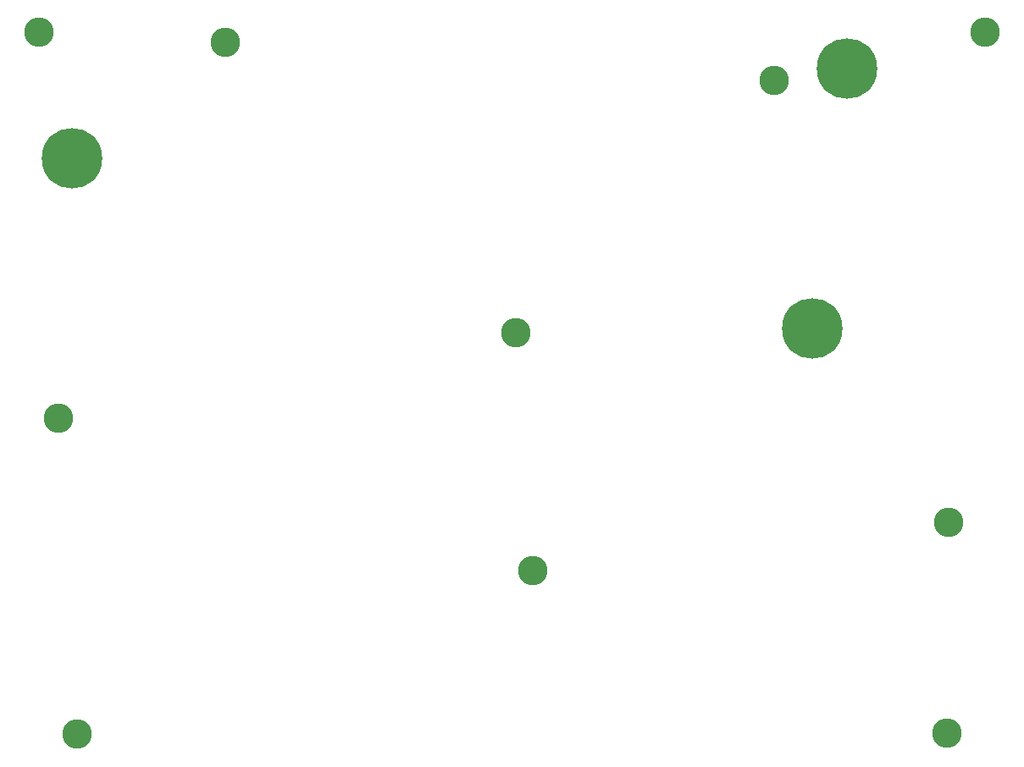
<source format=gbr>
%TF.GenerationSoftware,KiCad,Pcbnew,9.0.7*%
%TF.CreationDate,2026-02-04T16:31:09+00:00*%
%TF.ProjectId,FED3 tester - support,46454433-2074-4657-9374-6572202d2073,rev?*%
%TF.SameCoordinates,PX6146580PY6dc4960*%
%TF.FileFunction,NonPlated,1,2,NPTH,Drill*%
%TF.FilePolarity,Positive*%
%FSLAX46Y46*%
G04 Gerber Fmt 4.6, Leading zero omitted, Abs format (unit mm)*
G04 Created by KiCad (PCBNEW 9.0.7) date 2026-02-04 16:31:09*
%MOMM*%
%LPD*%
G01*
G04 APERTURE LIST*
%TA.AperFunction,ComponentDrill*%
%ADD10C,2.950000*%
%TD*%
%TA.AperFunction,ComponentDrill*%
%ADD11C,6.050000*%
%TD*%
G04 APERTURE END LIST*
D10*
%TO.C,*%
X1750000Y75650000D03*
X3700000Y37050000D03*
X5500000Y5500000D03*
X20350000Y74650000D03*
X49401100Y45650000D03*
X51100000Y21850000D03*
X75200000Y70900000D03*
X92500000Y5550000D03*
X92650000Y26650000D03*
X96300000Y75650000D03*
D11*
X5001100Y63050000D03*
%TO.C,@HOLE6*%
X79000000Y46050000D03*
%TO.C,@HOLE0*%
X82500000Y72050000D03*
M02*

</source>
